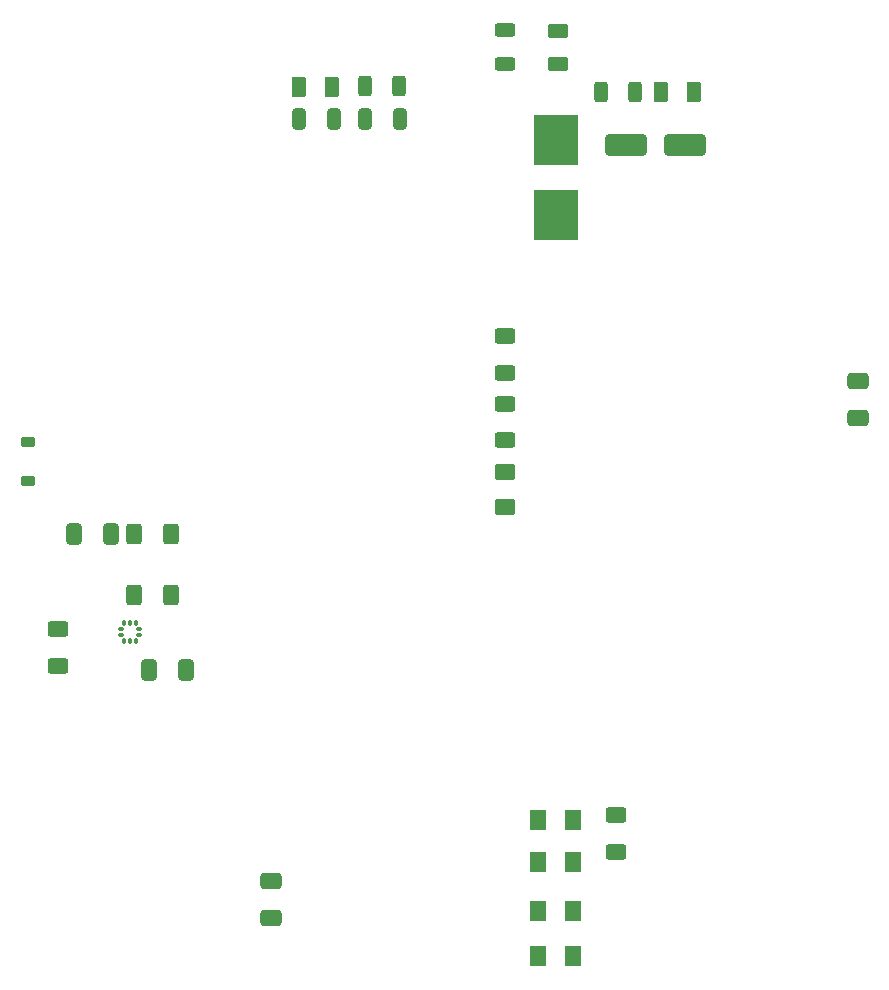
<source format=gbr>
%TF.GenerationSoftware,KiCad,Pcbnew,7.0.6*%
%TF.CreationDate,2024-03-14T18:06:26+11:00*%
%TF.ProjectId,Rocketry_Payload_Main_DDR_Spec_V2,526f636b-6574-4727-995f-5061796c6f61,rev?*%
%TF.SameCoordinates,Original*%
%TF.FileFunction,Paste,Top*%
%TF.FilePolarity,Positive*%
%FSLAX46Y46*%
G04 Gerber Fmt 4.6, Leading zero omitted, Abs format (unit mm)*
G04 Created by KiCad (PCBNEW 7.0.6) date 2024-03-14 18:06:26*
%MOMM*%
%LPD*%
G01*
G04 APERTURE LIST*
G04 Aperture macros list*
%AMRoundRect*
0 Rectangle with rounded corners*
0 $1 Rounding radius*
0 $2 $3 $4 $5 $6 $7 $8 $9 X,Y pos of 4 corners*
0 Add a 4 corners polygon primitive as box body*
4,1,4,$2,$3,$4,$5,$6,$7,$8,$9,$2,$3,0*
0 Add four circle primitives for the rounded corners*
1,1,$1+$1,$2,$3*
1,1,$1+$1,$4,$5*
1,1,$1+$1,$6,$7*
1,1,$1+$1,$8,$9*
0 Add four rect primitives between the rounded corners*
20,1,$1+$1,$2,$3,$4,$5,0*
20,1,$1+$1,$4,$5,$6,$7,0*
20,1,$1+$1,$6,$7,$8,$9,0*
20,1,$1+$1,$8,$9,$2,$3,0*%
G04 Aperture macros list end*
%ADD10RoundRect,0.225000X0.375000X-0.225000X0.375000X0.225000X-0.375000X0.225000X-0.375000X-0.225000X0*%
%ADD11RoundRect,0.250001X0.462499X0.624999X-0.462499X0.624999X-0.462499X-0.624999X0.462499X-0.624999X0*%
%ADD12RoundRect,0.250000X-0.325000X-0.650000X0.325000X-0.650000X0.325000X0.650000X-0.325000X0.650000X0*%
%ADD13RoundRect,0.250000X0.312500X0.625000X-0.312500X0.625000X-0.312500X-0.625000X0.312500X-0.625000X0*%
%ADD14RoundRect,0.250000X-0.412500X-0.650000X0.412500X-0.650000X0.412500X0.650000X-0.412500X0.650000X0*%
%ADD15RoundRect,0.250000X-0.400000X-0.625000X0.400000X-0.625000X0.400000X0.625000X-0.400000X0.625000X0*%
%ADD16RoundRect,0.250000X-0.312500X-0.625000X0.312500X-0.625000X0.312500X0.625000X-0.312500X0.625000X0*%
%ADD17RoundRect,0.250000X-0.625000X0.400000X-0.625000X-0.400000X0.625000X-0.400000X0.625000X0.400000X0*%
%ADD18RoundRect,0.250000X0.375000X0.625000X-0.375000X0.625000X-0.375000X-0.625000X0.375000X-0.625000X0*%
%ADD19RoundRect,0.250000X-0.625000X0.312500X-0.625000X-0.312500X0.625000X-0.312500X0.625000X0.312500X0*%
%ADD20RoundRect,0.250000X-0.650000X0.412500X-0.650000X-0.412500X0.650000X-0.412500X0.650000X0.412500X0*%
%ADD21RoundRect,0.250000X0.625000X-0.400000X0.625000X0.400000X-0.625000X0.400000X-0.625000X-0.400000X0*%
%ADD22RoundRect,0.250001X0.624999X-0.462499X0.624999X0.462499X-0.624999X0.462499X-0.624999X-0.462499X0*%
%ADD23RoundRect,0.250000X0.325000X0.650000X-0.325000X0.650000X-0.325000X-0.650000X0.325000X-0.650000X0*%
%ADD24RoundRect,0.087500X0.125000X0.087500X-0.125000X0.087500X-0.125000X-0.087500X0.125000X-0.087500X0*%
%ADD25RoundRect,0.087500X0.087500X0.125000X-0.087500X0.125000X-0.087500X-0.125000X0.087500X-0.125000X0*%
%ADD26RoundRect,0.250000X-1.500000X-0.650000X1.500000X-0.650000X1.500000X0.650000X-1.500000X0.650000X0*%
%ADD27RoundRect,0.250000X-0.625000X0.375000X-0.625000X-0.375000X0.625000X-0.375000X0.625000X0.375000X0*%
%ADD28RoundRect,0.250000X-0.375000X-0.625000X0.375000X-0.625000X0.375000X0.625000X-0.375000X0.625000X0*%
%ADD29R,3.810000X4.240000*%
G04 APERTURE END LIST*
D10*
%TO.C,D5*%
X117094000Y-92582000D03*
X117094000Y-89282000D03*
%TD*%
D11*
%TO.C,D1*%
X163195000Y-132842000D03*
X160220000Y-132842000D03*
%TD*%
D12*
%TO.C,C5*%
X140003000Y-61976000D03*
X142953000Y-61976000D03*
%TD*%
D13*
%TO.C,R6*%
X168467500Y-59690000D03*
X165542500Y-59690000D03*
%TD*%
D11*
%TO.C,D2*%
X163195000Y-129032000D03*
X160220000Y-129032000D03*
%TD*%
D14*
%TO.C,C2*%
X120992500Y-97104500D03*
X124117500Y-97104500D03*
%TD*%
%TO.C,C1*%
X127342500Y-108585000D03*
X130467500Y-108585000D03*
%TD*%
D15*
%TO.C,R2*%
X126085000Y-102235000D03*
X129185000Y-102235000D03*
%TD*%
D16*
%TO.C,R8*%
X148503100Y-59182000D03*
X145578100Y-59182000D03*
%TD*%
D17*
%TO.C,R5*%
X157480000Y-86080000D03*
X157480000Y-89180000D03*
%TD*%
D18*
%TO.C,D10*%
X142827200Y-59283600D03*
X140027200Y-59283600D03*
%TD*%
D19*
%TO.C,R7*%
X157480000Y-54417500D03*
X157480000Y-57342500D03*
%TD*%
D20*
%TO.C,C3*%
X137668000Y-129617000D03*
X137668000Y-126492000D03*
%TD*%
D15*
%TO.C,R3*%
X126085000Y-97104500D03*
X129185000Y-97104500D03*
%TD*%
D17*
%TO.C,R4*%
X157480000Y-80365000D03*
X157480000Y-83465000D03*
%TD*%
D21*
%TO.C,R9*%
X119634000Y-108256000D03*
X119634000Y-105156000D03*
%TD*%
D22*
%TO.C,D6*%
X157480000Y-94832500D03*
X157480000Y-91857500D03*
%TD*%
D23*
%TO.C,C4*%
X148541000Y-61976000D03*
X145591000Y-61976000D03*
%TD*%
D11*
%TO.C,D3*%
X163195000Y-124880000D03*
X160220000Y-124880000D03*
%TD*%
D24*
%TO.C,IC1*%
X126492500Y-105660000D03*
X126492500Y-105160000D03*
D25*
X126230000Y-104647500D03*
X125730000Y-104647500D03*
X125230000Y-104647500D03*
D24*
X124967500Y-105160000D03*
X124967500Y-105660000D03*
D25*
X125230000Y-106172500D03*
X125730000Y-106172500D03*
X126230000Y-106172500D03*
%TD*%
D26*
%TO.C,D8*%
X167680000Y-64135000D03*
X172680000Y-64135000D03*
%TD*%
D17*
%TO.C,R1*%
X166878000Y-120904000D03*
X166878000Y-124004000D03*
%TD*%
D11*
%TO.C,D4*%
X163195000Y-121285000D03*
X160220000Y-121285000D03*
%TD*%
D20*
%TO.C,C6*%
X187325000Y-84187900D03*
X187325000Y-87312900D03*
%TD*%
D27*
%TO.C,D9*%
X161925000Y-54480000D03*
X161925000Y-57280000D03*
%TD*%
D28*
%TO.C,D7*%
X170685000Y-59690000D03*
X173485000Y-59690000D03*
%TD*%
D29*
%TO.C,F1*%
X161772600Y-70098600D03*
X161772600Y-63728600D03*
%TD*%
M02*

</source>
